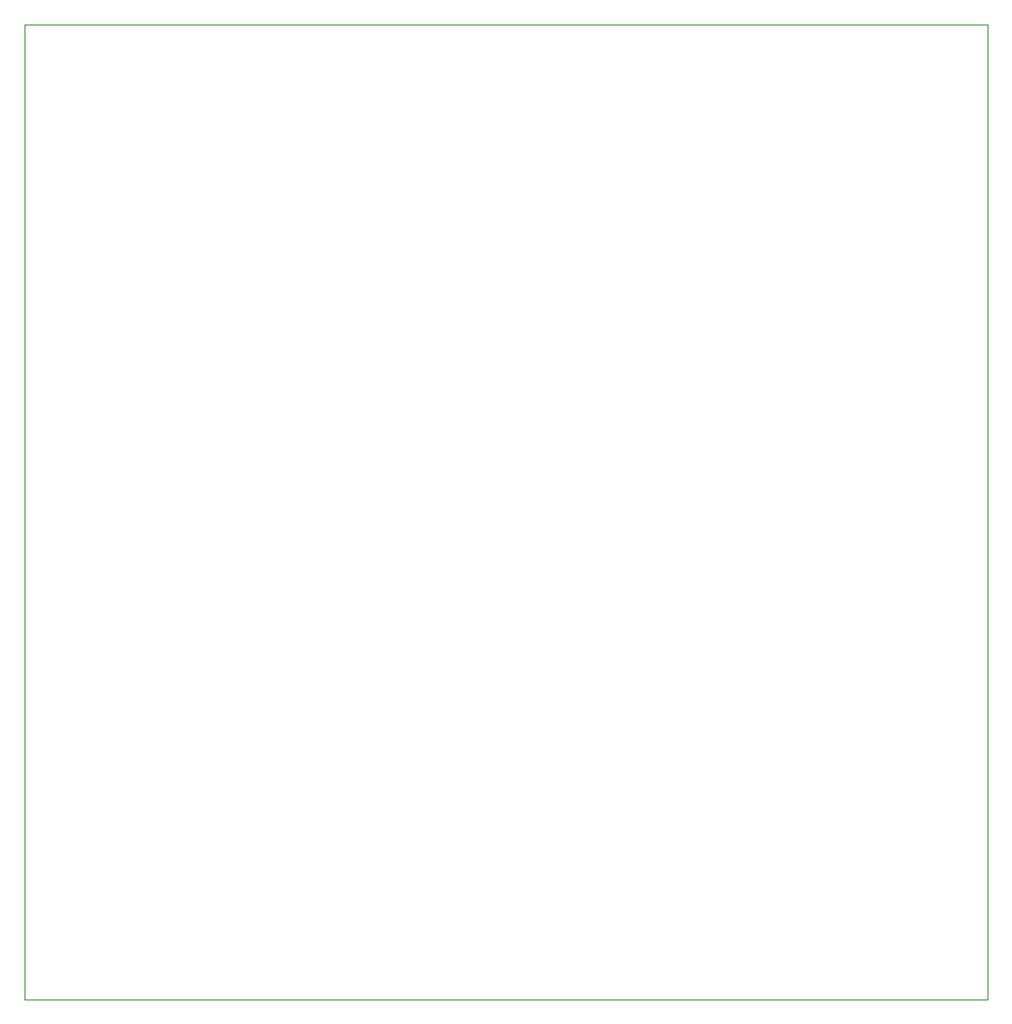
<source format=gbr>
%TF.GenerationSoftware,KiCad,Pcbnew,(5.1.10)-1*%
%TF.CreationDate,2022-01-19T08:42:30+07:00*%
%TF.ProjectId,PCB_2x_pnlz1_4,5043425f-3278-45f7-906e-6c7a315f342e,rev?*%
%TF.SameCoordinates,Original*%
%TF.FileFunction,Profile,NP*%
%FSLAX46Y46*%
G04 Gerber Fmt 4.6, Leading zero omitted, Abs format (unit mm)*
G04 Created by KiCad (PCBNEW (5.1.10)-1) date 2022-01-19 08:42:30*
%MOMM*%
%LPD*%
G01*
G04 APERTURE LIST*
%TA.AperFunction,Profile*%
%ADD10C,0.100000*%
%TD*%
G04 APERTURE END LIST*
D10*
X45000000Y-132477000D02*
X45000000Y-45000000D01*
X131500000Y-132477000D02*
X45000000Y-132477000D01*
X131500000Y-45000000D02*
X131500000Y-132477000D01*
X45000000Y-45000000D02*
X131500000Y-45000000D01*
M02*

</source>
